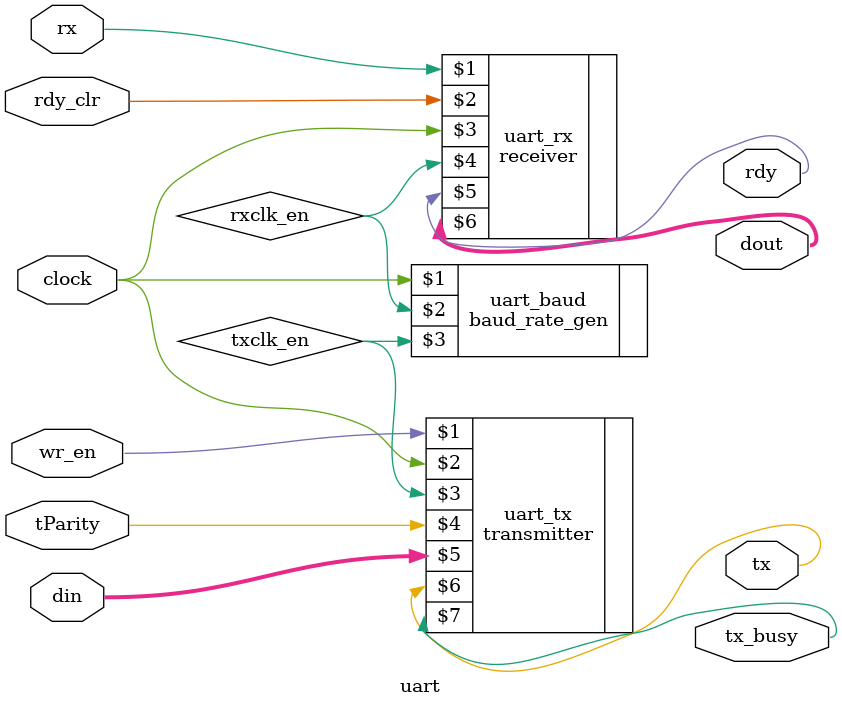
<source format=v>
module uart(input clock,
				input wire wr_en,
				input wire rx,
				input wire rdy_clr,
				input wire tParity,
				input wire [7:0] din,
				output wire tx,
				output wire tx_busy,
				output wire rdy,
				output wire [7:0] dout);

	wire rxclk_en, txclk_en;
	
	baud_rate_gen uart_baud(clock,
							rxclk_en,
							txclk_en);
	
	transmitter uart_tx(	wr_en,
							clock,
							txclk_en,
							tParity,
							din,
							tx,
							tx_busy);
	
	receiver uart_rx(	rx,
						rdy_clr,
						clock,
						rxclk_en,
						rdy,
						dout);

endmodule
</source>
